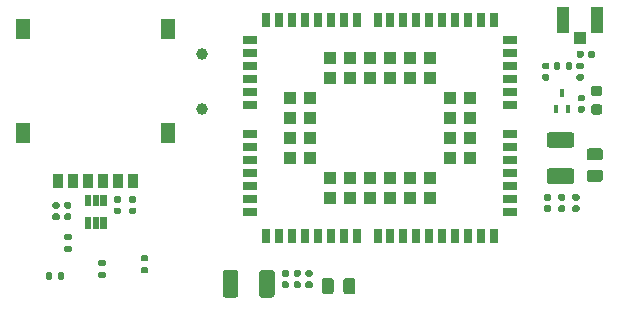
<source format=gbr>
G04 #@! TF.GenerationSoftware,KiCad,Pcbnew,6.0.10+dfsg-1~bpo11+1*
G04 #@! TF.CreationDate,2023-02-14T07:13:26+00:00*
G04 #@! TF.ProjectId,cellular-featherwing-pcb,63656c6c-756c-4617-922d-666561746865,rev?*
G04 #@! TF.SameCoordinates,Original*
G04 #@! TF.FileFunction,Soldermask,Top*
G04 #@! TF.FilePolarity,Negative*
%FSLAX46Y46*%
G04 Gerber Fmt 4.6, Leading zero omitted, Abs format (unit mm)*
G04 Created by KiCad (PCBNEW 6.0.10+dfsg-1~bpo11+1) date 2023-02-14 07:13:26*
%MOMM*%
%LPD*%
G01*
G04 APERTURE LIST*
%ADD10C,0.010000*%
%ADD11C,1.000000*%
%ADD12R,0.700000X1.150000*%
%ADD13R,1.150000X0.700000*%
%ADD14R,1.000000X1.000000*%
%ADD15R,1.000000X1.050000*%
%ADD16R,1.050000X2.200000*%
%ADD17R,0.900000X1.200000*%
%ADD18R,1.300000X1.800000*%
%ADD19R,0.355600X0.762000*%
G04 APERTURE END LIST*
G36*
X130775000Y-101140700D02*
G01*
X130324564Y-101140700D01*
X130324564Y-100240000D01*
X130775000Y-100240000D01*
X130775000Y-101140700D01*
G37*
D10*
X130775000Y-101140700D02*
X130324564Y-101140700D01*
X130324564Y-100240000D01*
X130775000Y-100240000D01*
X130775000Y-101140700D01*
G36*
X132075000Y-99239692D02*
G01*
X131625262Y-99239692D01*
X131625262Y-98340000D01*
X132075000Y-98340000D01*
X132075000Y-99239692D01*
G37*
X132075000Y-99239692D02*
X131625262Y-99239692D01*
X131625262Y-98340000D01*
X132075000Y-98340000D01*
X132075000Y-99239692D01*
G36*
X131425000Y-99239435D02*
G01*
X130974746Y-99239435D01*
X130974746Y-98340000D01*
X131425000Y-98340000D01*
X131425000Y-99239435D01*
G37*
X131425000Y-99239435D02*
X130974746Y-99239435D01*
X130974746Y-98340000D01*
X131425000Y-98340000D01*
X131425000Y-99239435D01*
G36*
X132075000Y-101141810D02*
G01*
X131625551Y-101141810D01*
X131625551Y-100240000D01*
X132075000Y-100240000D01*
X132075000Y-101141810D01*
G37*
X132075000Y-101141810D02*
X131625551Y-101141810D01*
X131625551Y-100240000D01*
X132075000Y-100240000D01*
X132075000Y-101141810D01*
G36*
X131425000Y-101140820D02*
G01*
X130974869Y-101140820D01*
X130974869Y-100240000D01*
X131425000Y-100240000D01*
X131425000Y-101140820D01*
G37*
X131425000Y-101140820D02*
X130974869Y-101140820D01*
X130974869Y-100240000D01*
X131425000Y-100240000D01*
X131425000Y-101140820D01*
G36*
X130775000Y-99239917D02*
G01*
X130324855Y-99239917D01*
X130324855Y-98340000D01*
X130775000Y-98340000D01*
X130775000Y-99239917D01*
G37*
X130775000Y-99239917D02*
X130324855Y-99239917D01*
X130324855Y-98340000D01*
X130775000Y-98340000D01*
X130775000Y-99239917D01*
D11*
X140250000Y-91100000D03*
D12*
X165000000Y-83520000D03*
X163900000Y-83520000D03*
X162800000Y-83520000D03*
X161700000Y-83520000D03*
X160600000Y-83520000D03*
X159500000Y-83520000D03*
X158400000Y-83520000D03*
X157300000Y-83520000D03*
X156200000Y-83520000D03*
X155100000Y-83520000D03*
X153400000Y-83520000D03*
X152300000Y-83520000D03*
X151200000Y-83520000D03*
X150100000Y-83520000D03*
X149000000Y-83520000D03*
X147900000Y-83520000D03*
X146800000Y-83520000D03*
X145700000Y-83520000D03*
D13*
X144270000Y-85250000D03*
X144270000Y-86350000D03*
X144270000Y-87450000D03*
X144270000Y-88550000D03*
X144270000Y-89650000D03*
X144270000Y-90750000D03*
X144270000Y-93250000D03*
X144270000Y-94350000D03*
X144270000Y-95450000D03*
X144270000Y-96550000D03*
X144270000Y-97650000D03*
X144270000Y-98750000D03*
X144270000Y-99850000D03*
D12*
X145700000Y-101880000D03*
X146800000Y-101880000D03*
X147900000Y-101880000D03*
X149000000Y-101880000D03*
X150100000Y-101880000D03*
X151200000Y-101880000D03*
X152300000Y-101880000D03*
X153400000Y-101880000D03*
X155100000Y-101880000D03*
X156200000Y-101880000D03*
X157300000Y-101880000D03*
X158400000Y-101880000D03*
X159500000Y-101880000D03*
X160600000Y-101880000D03*
X161700000Y-101880000D03*
X162800000Y-101880000D03*
X163900000Y-101880000D03*
X165000000Y-101880000D03*
D13*
X166330000Y-99850000D03*
X166330000Y-98750000D03*
X166330000Y-97650000D03*
X166330000Y-96550000D03*
X166330000Y-95450000D03*
X166330000Y-94350000D03*
X166330000Y-93250000D03*
X166330000Y-90750000D03*
X166330000Y-89650000D03*
X166330000Y-88550000D03*
X166330000Y-87450000D03*
X166330000Y-86350000D03*
X166330000Y-85250000D03*
D14*
X159550000Y-86750000D03*
X157850000Y-86750000D03*
X156150000Y-86750000D03*
X154450000Y-86750000D03*
X152750000Y-86750000D03*
X151050000Y-86750000D03*
X147650000Y-90150000D03*
X147650000Y-91850000D03*
X147650000Y-93550000D03*
X147650000Y-95250000D03*
X151050000Y-98650000D03*
X152750000Y-98650000D03*
X154450000Y-98650000D03*
X156150000Y-98650000D03*
X157850000Y-98650000D03*
X159550000Y-98650000D03*
X162950000Y-95250000D03*
X162950000Y-93550000D03*
X162950000Y-91850000D03*
X162950000Y-90150000D03*
X159550000Y-88450000D03*
X157850000Y-88450000D03*
X156150000Y-88450000D03*
X154450000Y-88450000D03*
X152750000Y-88450000D03*
X151050000Y-88450000D03*
X149350000Y-90150000D03*
X149350000Y-91850000D03*
X149350000Y-93550000D03*
X149350000Y-95250000D03*
X151050000Y-96950000D03*
X152750000Y-96950000D03*
X154450000Y-96950000D03*
X156150000Y-96950000D03*
X157850000Y-96950000D03*
X159550000Y-96950000D03*
X161250000Y-95250000D03*
X161250000Y-93550000D03*
X161250000Y-91850000D03*
X161250000Y-90150000D03*
G36*
G01*
X127000000Y-105425000D02*
X127000000Y-105055000D01*
G75*
G02*
X127135000Y-104920000I135000J0D01*
G01*
X127405000Y-104920000D01*
G75*
G02*
X127540000Y-105055000I0J-135000D01*
G01*
X127540000Y-105425000D01*
G75*
G02*
X127405000Y-105560000I-135000J0D01*
G01*
X127135000Y-105560000D01*
G75*
G02*
X127000000Y-105425000I0J135000D01*
G01*
G37*
G36*
G01*
X128020000Y-105425000D02*
X128020000Y-105055000D01*
G75*
G02*
X128155000Y-104920000I135000J0D01*
G01*
X128425000Y-104920000D01*
G75*
G02*
X128560000Y-105055000I0J-135000D01*
G01*
X128560000Y-105425000D01*
G75*
G02*
X128425000Y-105560000I-135000J0D01*
G01*
X128155000Y-105560000D01*
G75*
G02*
X128020000Y-105425000I0J135000D01*
G01*
G37*
G36*
G01*
X148130000Y-104740000D02*
X148470000Y-104740000D01*
G75*
G02*
X148610000Y-104880000I0J-140000D01*
G01*
X148610000Y-105160000D01*
G75*
G02*
X148470000Y-105300000I-140000J0D01*
G01*
X148130000Y-105300000D01*
G75*
G02*
X147990000Y-105160000I0J140000D01*
G01*
X147990000Y-104880000D01*
G75*
G02*
X148130000Y-104740000I140000J0D01*
G01*
G37*
G36*
G01*
X148130000Y-105700000D02*
X148470000Y-105700000D01*
G75*
G02*
X148610000Y-105840000I0J-140000D01*
G01*
X148610000Y-106120000D01*
G75*
G02*
X148470000Y-106260000I-140000J0D01*
G01*
X148130000Y-106260000D01*
G75*
G02*
X147990000Y-106120000I0J140000D01*
G01*
X147990000Y-105840000D01*
G75*
G02*
X148130000Y-105700000I140000J0D01*
G01*
G37*
G36*
G01*
X170530000Y-98290000D02*
X170870000Y-98290000D01*
G75*
G02*
X171010000Y-98430000I0J-140000D01*
G01*
X171010000Y-98710000D01*
G75*
G02*
X170870000Y-98850000I-140000J0D01*
G01*
X170530000Y-98850000D01*
G75*
G02*
X170390000Y-98710000I0J140000D01*
G01*
X170390000Y-98430000D01*
G75*
G02*
X170530000Y-98290000I140000J0D01*
G01*
G37*
G36*
G01*
X170530000Y-99250000D02*
X170870000Y-99250000D01*
G75*
G02*
X171010000Y-99390000I0J-140000D01*
G01*
X171010000Y-99670000D01*
G75*
G02*
X170870000Y-99810000I-140000J0D01*
G01*
X170530000Y-99810000D01*
G75*
G02*
X170390000Y-99670000I0J140000D01*
G01*
X170390000Y-99390000D01*
G75*
G02*
X170530000Y-99250000I140000J0D01*
G01*
G37*
G36*
G01*
X169180000Y-87170000D02*
X169520000Y-87170000D01*
G75*
G02*
X169660000Y-87310000I0J-140000D01*
G01*
X169660000Y-87590000D01*
G75*
G02*
X169520000Y-87730000I-140000J0D01*
G01*
X169180000Y-87730000D01*
G75*
G02*
X169040000Y-87590000I0J140000D01*
G01*
X169040000Y-87310000D01*
G75*
G02*
X169180000Y-87170000I140000J0D01*
G01*
G37*
G36*
G01*
X169180000Y-88130000D02*
X169520000Y-88130000D01*
G75*
G02*
X169660000Y-88270000I0J-140000D01*
G01*
X169660000Y-88550000D01*
G75*
G02*
X169520000Y-88690000I-140000J0D01*
G01*
X169180000Y-88690000D01*
G75*
G02*
X169040000Y-88550000I0J140000D01*
G01*
X169040000Y-88270000D01*
G75*
G02*
X169180000Y-88130000I140000J0D01*
G01*
G37*
G36*
G01*
X171580000Y-87265000D02*
X171580000Y-87635000D01*
G75*
G02*
X171445000Y-87770000I-135000J0D01*
G01*
X171175000Y-87770000D01*
G75*
G02*
X171040000Y-87635000I0J135000D01*
G01*
X171040000Y-87265000D01*
G75*
G02*
X171175000Y-87130000I135000J0D01*
G01*
X171445000Y-87130000D01*
G75*
G02*
X171580000Y-87265000I0J-135000D01*
G01*
G37*
G36*
G01*
X170560000Y-87265000D02*
X170560000Y-87635000D01*
G75*
G02*
X170425000Y-87770000I-135000J0D01*
G01*
X170155000Y-87770000D01*
G75*
G02*
X170020000Y-87635000I0J135000D01*
G01*
X170020000Y-87265000D01*
G75*
G02*
X170155000Y-87130000I135000J0D01*
G01*
X170425000Y-87130000D01*
G75*
G02*
X170560000Y-87265000I0J-135000D01*
G01*
G37*
G36*
G01*
X172080000Y-87170000D02*
X172420000Y-87170000D01*
G75*
G02*
X172560000Y-87310000I0J-140000D01*
G01*
X172560000Y-87590000D01*
G75*
G02*
X172420000Y-87730000I-140000J0D01*
G01*
X172080000Y-87730000D01*
G75*
G02*
X171940000Y-87590000I0J140000D01*
G01*
X171940000Y-87310000D01*
G75*
G02*
X172080000Y-87170000I140000J0D01*
G01*
G37*
G36*
G01*
X172080000Y-88130000D02*
X172420000Y-88130000D01*
G75*
G02*
X172560000Y-88270000I0J-140000D01*
G01*
X172560000Y-88550000D01*
G75*
G02*
X172420000Y-88690000I-140000J0D01*
G01*
X172080000Y-88690000D01*
G75*
G02*
X171940000Y-88550000I0J140000D01*
G01*
X171940000Y-88270000D01*
G75*
G02*
X172080000Y-88130000I140000J0D01*
G01*
G37*
D15*
X172250000Y-85087500D03*
D16*
X170775000Y-83562500D03*
X173725000Y-83562500D03*
G36*
G01*
X150375000Y-106550000D02*
X150375000Y-105650000D01*
G75*
G02*
X150625000Y-105400000I250000J0D01*
G01*
X151150000Y-105400000D01*
G75*
G02*
X151400000Y-105650000I0J-250000D01*
G01*
X151400000Y-106550000D01*
G75*
G02*
X151150000Y-106800000I-250000J0D01*
G01*
X150625000Y-106800000D01*
G75*
G02*
X150375000Y-106550000I0J250000D01*
G01*
G37*
G36*
G01*
X152200000Y-106550000D02*
X152200000Y-105650000D01*
G75*
G02*
X152450000Y-105400000I250000J0D01*
G01*
X152975000Y-105400000D01*
G75*
G02*
X153225000Y-105650000I0J-250000D01*
G01*
X153225000Y-106550000D01*
G75*
G02*
X152975000Y-106800000I-250000J0D01*
G01*
X152450000Y-106800000D01*
G75*
G02*
X152200000Y-106550000I0J250000D01*
G01*
G37*
G36*
G01*
X147130000Y-104740000D02*
X147470000Y-104740000D01*
G75*
G02*
X147610000Y-104880000I0J-140000D01*
G01*
X147610000Y-105160000D01*
G75*
G02*
X147470000Y-105300000I-140000J0D01*
G01*
X147130000Y-105300000D01*
G75*
G02*
X146990000Y-105160000I0J140000D01*
G01*
X146990000Y-104880000D01*
G75*
G02*
X147130000Y-104740000I140000J0D01*
G01*
G37*
G36*
G01*
X147130000Y-105700000D02*
X147470000Y-105700000D01*
G75*
G02*
X147610000Y-105840000I0J-140000D01*
G01*
X147610000Y-106120000D01*
G75*
G02*
X147470000Y-106260000I-140000J0D01*
G01*
X147130000Y-106260000D01*
G75*
G02*
X146990000Y-106120000I0J140000D01*
G01*
X146990000Y-105840000D01*
G75*
G02*
X147130000Y-105700000I140000J0D01*
G01*
G37*
D11*
X140200000Y-86400000D03*
G36*
G01*
X131965000Y-105420000D02*
X131595000Y-105420000D01*
G75*
G02*
X131460000Y-105285000I0J135000D01*
G01*
X131460000Y-105015000D01*
G75*
G02*
X131595000Y-104880000I135000J0D01*
G01*
X131965000Y-104880000D01*
G75*
G02*
X132100000Y-105015000I0J-135000D01*
G01*
X132100000Y-105285000D01*
G75*
G02*
X131965000Y-105420000I-135000J0D01*
G01*
G37*
G36*
G01*
X131965000Y-104400000D02*
X131595000Y-104400000D01*
G75*
G02*
X131460000Y-104265000I0J135000D01*
G01*
X131460000Y-103995000D01*
G75*
G02*
X131595000Y-103860000I135000J0D01*
G01*
X131965000Y-103860000D01*
G75*
G02*
X132100000Y-103995000I0J-135000D01*
G01*
X132100000Y-104265000D01*
G75*
G02*
X131965000Y-104400000I-135000J0D01*
G01*
G37*
G36*
G01*
X132910000Y-98480000D02*
X133250000Y-98480000D01*
G75*
G02*
X133390000Y-98620000I0J-140000D01*
G01*
X133390000Y-98900000D01*
G75*
G02*
X133250000Y-99040000I-140000J0D01*
G01*
X132910000Y-99040000D01*
G75*
G02*
X132770000Y-98900000I0J140000D01*
G01*
X132770000Y-98620000D01*
G75*
G02*
X132910000Y-98480000I140000J0D01*
G01*
G37*
G36*
G01*
X132910000Y-99440000D02*
X133250000Y-99440000D01*
G75*
G02*
X133390000Y-99580000I0J-140000D01*
G01*
X133390000Y-99860000D01*
G75*
G02*
X133250000Y-100000000I-140000J0D01*
G01*
X132910000Y-100000000D01*
G75*
G02*
X132770000Y-99860000I0J140000D01*
G01*
X132770000Y-99580000D01*
G75*
G02*
X132910000Y-99440000I140000J0D01*
G01*
G37*
D17*
X134375000Y-97200000D03*
X131835000Y-97200000D03*
X129295000Y-97200000D03*
X133105000Y-97200000D03*
X130565000Y-97200000D03*
X128025000Y-97200000D03*
D18*
X137350000Y-93100000D03*
X125050000Y-93100000D03*
X125050000Y-84300000D03*
X137350000Y-84300000D03*
G36*
G01*
X173950000Y-97275000D02*
X173050000Y-97275000D01*
G75*
G02*
X172800000Y-97025000I0J250000D01*
G01*
X172800000Y-96500000D01*
G75*
G02*
X173050000Y-96250000I250000J0D01*
G01*
X173950000Y-96250000D01*
G75*
G02*
X174200000Y-96500000I0J-250000D01*
G01*
X174200000Y-97025000D01*
G75*
G02*
X173950000Y-97275000I-250000J0D01*
G01*
G37*
G36*
G01*
X173950000Y-95450000D02*
X173050000Y-95450000D01*
G75*
G02*
X172800000Y-95200000I0J250000D01*
G01*
X172800000Y-94675000D01*
G75*
G02*
X173050000Y-94425000I250000J0D01*
G01*
X173950000Y-94425000D01*
G75*
G02*
X174200000Y-94675000I0J-250000D01*
G01*
X174200000Y-95200000D01*
G75*
G02*
X173950000Y-95450000I-250000J0D01*
G01*
G37*
D19*
X170200001Y-91123100D03*
X171199999Y-91123100D03*
X170700000Y-89776900D03*
G36*
G01*
X172180000Y-89890000D02*
X172520000Y-89890000D01*
G75*
G02*
X172660000Y-90030000I0J-140000D01*
G01*
X172660000Y-90310000D01*
G75*
G02*
X172520000Y-90450000I-140000J0D01*
G01*
X172180000Y-90450000D01*
G75*
G02*
X172040000Y-90310000I0J140000D01*
G01*
X172040000Y-90030000D01*
G75*
G02*
X172180000Y-89890000I140000J0D01*
G01*
G37*
G36*
G01*
X172180000Y-90850000D02*
X172520000Y-90850000D01*
G75*
G02*
X172660000Y-90990000I0J-140000D01*
G01*
X172660000Y-91270000D01*
G75*
G02*
X172520000Y-91410000I-140000J0D01*
G01*
X172180000Y-91410000D01*
G75*
G02*
X172040000Y-91270000I0J140000D01*
G01*
X172040000Y-90990000D01*
G75*
G02*
X172180000Y-90850000I140000J0D01*
G01*
G37*
G36*
G01*
X173515000Y-86290000D02*
X173515000Y-86635000D01*
G75*
G02*
X173367500Y-86782500I-147500J0D01*
G01*
X173072500Y-86782500D01*
G75*
G02*
X172925000Y-86635000I0J147500D01*
G01*
X172925000Y-86290000D01*
G75*
G02*
X173072500Y-86142500I147500J0D01*
G01*
X173367500Y-86142500D01*
G75*
G02*
X173515000Y-86290000I0J-147500D01*
G01*
G37*
G36*
G01*
X172545000Y-86290000D02*
X172545000Y-86635000D01*
G75*
G02*
X172397500Y-86782500I-147500J0D01*
G01*
X172102500Y-86782500D01*
G75*
G02*
X171955000Y-86635000I0J147500D01*
G01*
X171955000Y-86290000D01*
G75*
G02*
X172102500Y-86142500I147500J0D01*
G01*
X172397500Y-86142500D01*
G75*
G02*
X172545000Y-86290000I0J-147500D01*
G01*
G37*
G36*
G01*
X149130000Y-104740000D02*
X149470000Y-104740000D01*
G75*
G02*
X149610000Y-104880000I0J-140000D01*
G01*
X149610000Y-105160000D01*
G75*
G02*
X149470000Y-105300000I-140000J0D01*
G01*
X149130000Y-105300000D01*
G75*
G02*
X148990000Y-105160000I0J140000D01*
G01*
X148990000Y-104880000D01*
G75*
G02*
X149130000Y-104740000I140000J0D01*
G01*
G37*
G36*
G01*
X149130000Y-105700000D02*
X149470000Y-105700000D01*
G75*
G02*
X149610000Y-105840000I0J-140000D01*
G01*
X149610000Y-106120000D01*
G75*
G02*
X149470000Y-106260000I-140000J0D01*
G01*
X149130000Y-106260000D01*
G75*
G02*
X148990000Y-106120000I0J140000D01*
G01*
X148990000Y-105840000D01*
G75*
G02*
X149130000Y-105700000I140000J0D01*
G01*
G37*
G36*
G01*
X134210000Y-98480000D02*
X134550000Y-98480000D01*
G75*
G02*
X134690000Y-98620000I0J-140000D01*
G01*
X134690000Y-98900000D01*
G75*
G02*
X134550000Y-99040000I-140000J0D01*
G01*
X134210000Y-99040000D01*
G75*
G02*
X134070000Y-98900000I0J140000D01*
G01*
X134070000Y-98620000D01*
G75*
G02*
X134210000Y-98480000I140000J0D01*
G01*
G37*
G36*
G01*
X134210000Y-99440000D02*
X134550000Y-99440000D01*
G75*
G02*
X134690000Y-99580000I0J-140000D01*
G01*
X134690000Y-99860000D01*
G75*
G02*
X134550000Y-100000000I-140000J0D01*
G01*
X134210000Y-100000000D01*
G75*
G02*
X134070000Y-99860000I0J140000D01*
G01*
X134070000Y-99580000D01*
G75*
G02*
X134210000Y-99440000I140000J0D01*
G01*
G37*
G36*
G01*
X171525000Y-97450000D02*
X169675000Y-97450000D01*
G75*
G02*
X169425000Y-97200000I0J250000D01*
G01*
X169425000Y-96375000D01*
G75*
G02*
X169675000Y-96125000I250000J0D01*
G01*
X171525000Y-96125000D01*
G75*
G02*
X171775000Y-96375000I0J-250000D01*
G01*
X171775000Y-97200000D01*
G75*
G02*
X171525000Y-97450000I-250000J0D01*
G01*
G37*
G36*
G01*
X171525000Y-94375000D02*
X169675000Y-94375000D01*
G75*
G02*
X169425000Y-94125000I0J250000D01*
G01*
X169425000Y-93300000D01*
G75*
G02*
X169675000Y-93050000I250000J0D01*
G01*
X171525000Y-93050000D01*
G75*
G02*
X171775000Y-93300000I0J-250000D01*
G01*
X171775000Y-94125000D01*
G75*
G02*
X171525000Y-94375000I-250000J0D01*
G01*
G37*
G36*
G01*
X129065000Y-103220000D02*
X128695000Y-103220000D01*
G75*
G02*
X128560000Y-103085000I0J135000D01*
G01*
X128560000Y-102815000D01*
G75*
G02*
X128695000Y-102680000I135000J0D01*
G01*
X129065000Y-102680000D01*
G75*
G02*
X129200000Y-102815000I0J-135000D01*
G01*
X129200000Y-103085000D01*
G75*
G02*
X129065000Y-103220000I-135000J0D01*
G01*
G37*
G36*
G01*
X129065000Y-102200000D02*
X128695000Y-102200000D01*
G75*
G02*
X128560000Y-102065000I0J135000D01*
G01*
X128560000Y-101795000D01*
G75*
G02*
X128695000Y-101660000I135000J0D01*
G01*
X129065000Y-101660000D01*
G75*
G02*
X129200000Y-101795000I0J-135000D01*
G01*
X129200000Y-102065000D01*
G75*
G02*
X129065000Y-102200000I-135000J0D01*
G01*
G37*
G36*
G01*
X173393750Y-89125000D02*
X173906250Y-89125000D01*
G75*
G02*
X174125000Y-89343750I0J-218750D01*
G01*
X174125000Y-89781250D01*
G75*
G02*
X173906250Y-90000000I-218750J0D01*
G01*
X173393750Y-90000000D01*
G75*
G02*
X173175000Y-89781250I0J218750D01*
G01*
X173175000Y-89343750D01*
G75*
G02*
X173393750Y-89125000I218750J0D01*
G01*
G37*
G36*
G01*
X173393750Y-90700000D02*
X173906250Y-90700000D01*
G75*
G02*
X174125000Y-90918750I0J-218750D01*
G01*
X174125000Y-91356250D01*
G75*
G02*
X173906250Y-91575000I-218750J0D01*
G01*
X173393750Y-91575000D01*
G75*
G02*
X173175000Y-91356250I0J218750D01*
G01*
X173175000Y-90918750D01*
G75*
G02*
X173393750Y-90700000I218750J0D01*
G01*
G37*
G36*
G01*
X169330000Y-98290000D02*
X169670000Y-98290000D01*
G75*
G02*
X169810000Y-98430000I0J-140000D01*
G01*
X169810000Y-98710000D01*
G75*
G02*
X169670000Y-98850000I-140000J0D01*
G01*
X169330000Y-98850000D01*
G75*
G02*
X169190000Y-98710000I0J140000D01*
G01*
X169190000Y-98430000D01*
G75*
G02*
X169330000Y-98290000I140000J0D01*
G01*
G37*
G36*
G01*
X169330000Y-99250000D02*
X169670000Y-99250000D01*
G75*
G02*
X169810000Y-99390000I0J-140000D01*
G01*
X169810000Y-99670000D01*
G75*
G02*
X169670000Y-99810000I-140000J0D01*
G01*
X169330000Y-99810000D01*
G75*
G02*
X169190000Y-99670000I0J140000D01*
G01*
X169190000Y-99390000D01*
G75*
G02*
X169330000Y-99250000I140000J0D01*
G01*
G37*
G36*
G01*
X127710000Y-98980000D02*
X128050000Y-98980000D01*
G75*
G02*
X128190000Y-99120000I0J-140000D01*
G01*
X128190000Y-99400000D01*
G75*
G02*
X128050000Y-99540000I-140000J0D01*
G01*
X127710000Y-99540000D01*
G75*
G02*
X127570000Y-99400000I0J140000D01*
G01*
X127570000Y-99120000D01*
G75*
G02*
X127710000Y-98980000I140000J0D01*
G01*
G37*
G36*
G01*
X127710000Y-99940000D02*
X128050000Y-99940000D01*
G75*
G02*
X128190000Y-100080000I0J-140000D01*
G01*
X128190000Y-100360000D01*
G75*
G02*
X128050000Y-100500000I-140000J0D01*
G01*
X127710000Y-100500000D01*
G75*
G02*
X127570000Y-100360000I0J140000D01*
G01*
X127570000Y-100080000D01*
G75*
G02*
X127710000Y-99940000I140000J0D01*
G01*
G37*
G36*
G01*
X171730000Y-98290000D02*
X172070000Y-98290000D01*
G75*
G02*
X172210000Y-98430000I0J-140000D01*
G01*
X172210000Y-98710000D01*
G75*
G02*
X172070000Y-98850000I-140000J0D01*
G01*
X171730000Y-98850000D01*
G75*
G02*
X171590000Y-98710000I0J140000D01*
G01*
X171590000Y-98430000D01*
G75*
G02*
X171730000Y-98290000I140000J0D01*
G01*
G37*
G36*
G01*
X171730000Y-99250000D02*
X172070000Y-99250000D01*
G75*
G02*
X172210000Y-99390000I0J-140000D01*
G01*
X172210000Y-99670000D01*
G75*
G02*
X172070000Y-99810000I-140000J0D01*
G01*
X171730000Y-99810000D01*
G75*
G02*
X171590000Y-99670000I0J140000D01*
G01*
X171590000Y-99390000D01*
G75*
G02*
X171730000Y-99250000I140000J0D01*
G01*
G37*
G36*
G01*
X128710000Y-98980000D02*
X129050000Y-98980000D01*
G75*
G02*
X129190000Y-99120000I0J-140000D01*
G01*
X129190000Y-99400000D01*
G75*
G02*
X129050000Y-99540000I-140000J0D01*
G01*
X128710000Y-99540000D01*
G75*
G02*
X128570000Y-99400000I0J140000D01*
G01*
X128570000Y-99120000D01*
G75*
G02*
X128710000Y-98980000I140000J0D01*
G01*
G37*
G36*
G01*
X128710000Y-99940000D02*
X129050000Y-99940000D01*
G75*
G02*
X129190000Y-100080000I0J-140000D01*
G01*
X129190000Y-100360000D01*
G75*
G02*
X129050000Y-100500000I-140000J0D01*
G01*
X128710000Y-100500000D01*
G75*
G02*
X128570000Y-100360000I0J140000D01*
G01*
X128570000Y-100080000D01*
G75*
G02*
X128710000Y-99940000I140000J0D01*
G01*
G37*
G36*
G01*
X135565000Y-105020000D02*
X135195000Y-105020000D01*
G75*
G02*
X135060000Y-104885000I0J135000D01*
G01*
X135060000Y-104615000D01*
G75*
G02*
X135195000Y-104480000I135000J0D01*
G01*
X135565000Y-104480000D01*
G75*
G02*
X135700000Y-104615000I0J-135000D01*
G01*
X135700000Y-104885000D01*
G75*
G02*
X135565000Y-105020000I-135000J0D01*
G01*
G37*
G36*
G01*
X135565000Y-104000000D02*
X135195000Y-104000000D01*
G75*
G02*
X135060000Y-103865000I0J135000D01*
G01*
X135060000Y-103595000D01*
G75*
G02*
X135195000Y-103460000I135000J0D01*
G01*
X135565000Y-103460000D01*
G75*
G02*
X135700000Y-103595000I0J-135000D01*
G01*
X135700000Y-103865000D01*
G75*
G02*
X135565000Y-104000000I-135000J0D01*
G01*
G37*
G36*
G01*
X146400000Y-104975000D02*
X146400000Y-106825000D01*
G75*
G02*
X146150000Y-107075000I-250000J0D01*
G01*
X145325000Y-107075000D01*
G75*
G02*
X145075000Y-106825000I0J250000D01*
G01*
X145075000Y-104975000D01*
G75*
G02*
X145325000Y-104725000I250000J0D01*
G01*
X146150000Y-104725000D01*
G75*
G02*
X146400000Y-104975000I0J-250000D01*
G01*
G37*
G36*
G01*
X143325000Y-104975000D02*
X143325000Y-106825000D01*
G75*
G02*
X143075000Y-107075000I-250000J0D01*
G01*
X142250000Y-107075000D01*
G75*
G02*
X142000000Y-106825000I0J250000D01*
G01*
X142000000Y-104975000D01*
G75*
G02*
X142250000Y-104725000I250000J0D01*
G01*
X143075000Y-104725000D01*
G75*
G02*
X143325000Y-104975000I0J-250000D01*
G01*
G37*
M02*

</source>
